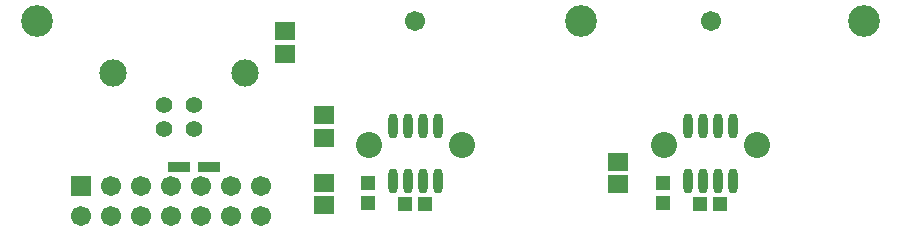
<source format=gbs>
G04 Layer_Color=16711935*
%FSLAX23Y23*%
%MOIN*%
G70*
G01*
G75*
%ADD33C,0.067*%
%ADD34R,0.067X0.067*%
%ADD35C,0.067*%
%ADD36C,0.091*%
%ADD37C,0.055*%
%ADD38C,0.106*%
%ADD39C,0.087*%
%ADD40R,0.067X0.059*%
%ADD41R,0.051X0.047*%
%ADD42R,0.047X0.051*%
%ADD43O,0.032X0.083*%
%ADD44R,0.028X0.036*%
%ADD45R,0.020X0.014*%
D33*
X275Y-335D02*
D03*
Y-235D02*
D03*
X175D02*
D03*
Y-335D02*
D03*
D34*
X-325Y-235D02*
D03*
D35*
Y-335D02*
D03*
X-225Y-235D02*
D03*
Y-335D02*
D03*
X-125Y-235D02*
D03*
Y-335D02*
D03*
X-25Y-235D02*
D03*
Y-335D02*
D03*
X75D02*
D03*
Y-235D02*
D03*
X787Y315D02*
D03*
X1772D02*
D03*
D36*
X-219Y144D02*
D03*
X219D02*
D03*
D37*
X49Y-42D02*
D03*
Y37D02*
D03*
X-49Y-42D02*
D03*
Y37D02*
D03*
D38*
X2283Y315D02*
D03*
X-472D02*
D03*
X1339D02*
D03*
D39*
X943Y-98D02*
D03*
X632D02*
D03*
X1616D02*
D03*
X1927D02*
D03*
D40*
X485Y-223D02*
D03*
Y-297D02*
D03*
X355Y208D02*
D03*
Y282D02*
D03*
X485Y-72D02*
D03*
Y2D02*
D03*
X1465Y-227D02*
D03*
Y-153D02*
D03*
D41*
X1805Y-295D02*
D03*
X1738D02*
D03*
X821D02*
D03*
X754D02*
D03*
D42*
X630Y-222D02*
D03*
Y-289D02*
D03*
X1614Y-222D02*
D03*
Y-289D02*
D03*
D43*
X1847Y-218D02*
D03*
X1797D02*
D03*
X1747D02*
D03*
X1697D02*
D03*
X1847Y-33D02*
D03*
X1797D02*
D03*
X1747D02*
D03*
X1697D02*
D03*
X712D02*
D03*
X762D02*
D03*
X812D02*
D03*
X862D02*
D03*
X712Y-218D02*
D03*
X762D02*
D03*
X812D02*
D03*
X862D02*
D03*
D44*
X24Y-170D02*
D03*
X0D02*
D03*
X-24D02*
D03*
X125D02*
D03*
X101D02*
D03*
X77D02*
D03*
D45*
X-12D02*
D03*
X89D02*
D03*
M02*

</source>
